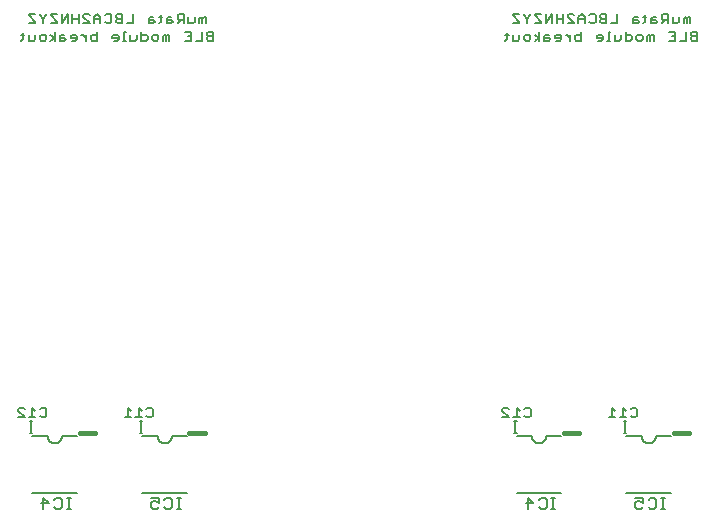
<source format=gbo>
G75*
%MOIN*%
%OFA0B0*%
%FSLAX25Y25*%
%IPPOS*%
%LPD*%
%AMOC8*
5,1,8,0,0,1.08239X$1,22.5*
%
%ADD10C,0.00800*%
%ADD11C,0.00787*%
%ADD12C,0.01575*%
D10*
X0111143Y0118782D02*
X0111143Y0122710D01*
X0113107Y0120746D01*
X0110489Y0120746D01*
X0114839Y0122055D02*
X0115494Y0122710D01*
X0116803Y0122710D01*
X0117457Y0122055D01*
X0117457Y0119437D01*
X0116803Y0118782D01*
X0115494Y0118782D01*
X0114839Y0119437D01*
X0119048Y0118782D02*
X0120358Y0118782D01*
X0119703Y0118782D02*
X0119703Y0122710D01*
X0120358Y0122710D02*
X0119048Y0122710D01*
X0111598Y0149491D02*
X0110551Y0149491D01*
X0110028Y0150014D01*
X0108496Y0149491D02*
X0106403Y0149491D01*
X0107449Y0149491D02*
X0107449Y0152630D01*
X0108496Y0151584D01*
X0110028Y0152107D02*
X0110551Y0152630D01*
X0111598Y0152630D01*
X0112121Y0152107D01*
X0112121Y0150014D01*
X0111598Y0149491D01*
X0104871Y0149491D02*
X0102778Y0151584D01*
X0102778Y0152107D01*
X0103301Y0152630D01*
X0104347Y0152630D01*
X0104871Y0152107D01*
X0104871Y0149491D02*
X0102778Y0149491D01*
X0138211Y0149491D02*
X0140304Y0149491D01*
X0139257Y0149491D02*
X0139257Y0152630D01*
X0140304Y0151584D01*
X0141836Y0149491D02*
X0143929Y0149491D01*
X0142882Y0149491D02*
X0142882Y0152630D01*
X0143929Y0151584D01*
X0145461Y0152107D02*
X0145984Y0152630D01*
X0147031Y0152630D01*
X0147554Y0152107D01*
X0147554Y0150014D01*
X0147031Y0149491D01*
X0145984Y0149491D01*
X0145461Y0150014D01*
X0147103Y0122710D02*
X0149721Y0122710D01*
X0149721Y0120746D01*
X0148412Y0121400D01*
X0147758Y0121400D01*
X0147103Y0120746D01*
X0147103Y0119437D01*
X0147758Y0118782D01*
X0149067Y0118782D01*
X0149721Y0119437D01*
X0151453Y0119437D02*
X0152108Y0118782D01*
X0153417Y0118782D01*
X0154072Y0119437D01*
X0154072Y0122055D01*
X0153417Y0122710D01*
X0152108Y0122710D01*
X0151453Y0122055D01*
X0155663Y0122710D02*
X0156972Y0122710D01*
X0156317Y0122710D02*
X0156317Y0118782D01*
X0155663Y0118782D02*
X0156972Y0118782D01*
X0264195Y0149491D02*
X0266288Y0149491D01*
X0264195Y0151584D01*
X0264195Y0152107D01*
X0264718Y0152630D01*
X0265765Y0152630D01*
X0266288Y0152107D01*
X0268867Y0152630D02*
X0268867Y0149491D01*
X0269913Y0149491D02*
X0267820Y0149491D01*
X0269913Y0151584D02*
X0268867Y0152630D01*
X0271445Y0152107D02*
X0271969Y0152630D01*
X0273015Y0152630D01*
X0273538Y0152107D01*
X0273538Y0150014D01*
X0273015Y0149491D01*
X0271969Y0149491D01*
X0271445Y0150014D01*
X0299628Y0149491D02*
X0301721Y0149491D01*
X0300675Y0149491D02*
X0300675Y0152630D01*
X0301721Y0151584D01*
X0303253Y0149491D02*
X0305346Y0149491D01*
X0304300Y0149491D02*
X0304300Y0152630D01*
X0305346Y0151584D01*
X0306878Y0152107D02*
X0307402Y0152630D01*
X0308448Y0152630D01*
X0308971Y0152107D01*
X0308971Y0150014D01*
X0308448Y0149491D01*
X0307402Y0149491D01*
X0306878Y0150014D01*
X0308520Y0122710D02*
X0311139Y0122710D01*
X0311139Y0120746D01*
X0309830Y0121400D01*
X0309175Y0121400D01*
X0308520Y0120746D01*
X0308520Y0119437D01*
X0309175Y0118782D01*
X0310484Y0118782D01*
X0311139Y0119437D01*
X0312870Y0119437D02*
X0313525Y0118782D01*
X0314834Y0118782D01*
X0315489Y0119437D01*
X0315489Y0122055D01*
X0314834Y0122710D01*
X0313525Y0122710D01*
X0312870Y0122055D01*
X0317080Y0122710D02*
X0318389Y0122710D01*
X0317734Y0122710D02*
X0317734Y0118782D01*
X0317080Y0118782D02*
X0318389Y0118782D01*
X0281775Y0118782D02*
X0280466Y0118782D01*
X0281120Y0118782D02*
X0281120Y0122710D01*
X0280466Y0122710D02*
X0281775Y0122710D01*
X0278875Y0122055D02*
X0278875Y0119437D01*
X0278220Y0118782D01*
X0276911Y0118782D01*
X0276256Y0119437D01*
X0274525Y0120746D02*
X0271906Y0120746D01*
X0272561Y0118782D02*
X0272561Y0122710D01*
X0274525Y0120746D01*
X0276256Y0122055D02*
X0276911Y0122710D01*
X0278220Y0122710D01*
X0278875Y0122055D01*
X0279611Y0274884D02*
X0278041Y0274884D01*
X0278041Y0276454D01*
X0278564Y0276977D01*
X0279611Y0276977D01*
X0279611Y0275931D02*
X0278041Y0275931D01*
X0276509Y0275931D02*
X0274939Y0276977D01*
X0273488Y0276454D02*
X0273488Y0275408D01*
X0272965Y0274884D01*
X0271918Y0274884D01*
X0271395Y0275408D01*
X0271395Y0276454D01*
X0271918Y0276977D01*
X0272965Y0276977D01*
X0273488Y0276454D01*
X0274939Y0274884D02*
X0276509Y0275931D01*
X0276509Y0274884D02*
X0276509Y0278024D01*
X0277113Y0280790D02*
X0275020Y0280790D01*
X0277113Y0280790D02*
X0277113Y0281313D01*
X0275020Y0283406D01*
X0275020Y0283929D01*
X0277113Y0283929D01*
X0278645Y0283929D02*
X0278645Y0280790D01*
X0280738Y0283929D01*
X0280738Y0280790D01*
X0282270Y0280790D02*
X0282270Y0283929D01*
X0282270Y0282360D02*
X0284363Y0282360D01*
X0284363Y0283929D02*
X0284363Y0280790D01*
X0285895Y0280790D02*
X0287989Y0280790D01*
X0285895Y0282883D01*
X0285895Y0283406D01*
X0286419Y0283929D01*
X0287465Y0283929D01*
X0287989Y0283406D01*
X0289521Y0282883D02*
X0289521Y0280790D01*
X0289521Y0282360D02*
X0291614Y0282360D01*
X0291614Y0282883D02*
X0290567Y0283929D01*
X0289521Y0282883D01*
X0291614Y0282883D02*
X0291614Y0280790D01*
X0293146Y0281313D02*
X0293669Y0280790D01*
X0294716Y0280790D01*
X0295239Y0281313D01*
X0295239Y0283406D01*
X0294716Y0283929D01*
X0293669Y0283929D01*
X0293146Y0283406D01*
X0296771Y0283406D02*
X0296771Y0282883D01*
X0297294Y0282360D01*
X0298864Y0282360D01*
X0298864Y0283929D02*
X0297294Y0283929D01*
X0296771Y0283406D01*
X0297294Y0282360D02*
X0296771Y0281836D01*
X0296771Y0281313D01*
X0297294Y0280790D01*
X0298864Y0280790D01*
X0298864Y0283929D01*
X0300396Y0280790D02*
X0302489Y0280790D01*
X0302489Y0283929D01*
X0307646Y0282360D02*
X0307646Y0280790D01*
X0309216Y0280790D01*
X0309739Y0281313D01*
X0309216Y0281836D01*
X0307646Y0281836D01*
X0307646Y0282360D02*
X0308170Y0282883D01*
X0309216Y0282883D01*
X0311110Y0282883D02*
X0312156Y0282883D01*
X0311633Y0283406D02*
X0311633Y0281313D01*
X0311110Y0280790D01*
X0313688Y0280790D02*
X0313688Y0282360D01*
X0314211Y0282883D01*
X0315258Y0282883D01*
X0315258Y0281836D02*
X0313688Y0281836D01*
X0313688Y0280790D02*
X0315258Y0280790D01*
X0315781Y0281313D01*
X0315258Y0281836D01*
X0317313Y0282360D02*
X0317837Y0281836D01*
X0319406Y0281836D01*
X0318360Y0281836D02*
X0317313Y0280790D01*
X0317313Y0282360D02*
X0317313Y0283406D01*
X0317837Y0283929D01*
X0319406Y0283929D01*
X0319406Y0280790D01*
X0320938Y0280790D02*
X0320938Y0282883D01*
X0320938Y0280790D02*
X0322508Y0280790D01*
X0323032Y0281313D01*
X0323032Y0282883D01*
X0324564Y0282360D02*
X0324564Y0280790D01*
X0325610Y0280790D02*
X0325610Y0282360D01*
X0325087Y0282883D01*
X0324564Y0282360D01*
X0325610Y0282360D02*
X0326133Y0282883D01*
X0326657Y0282883D01*
X0326657Y0280790D01*
X0327504Y0278024D02*
X0326980Y0277501D01*
X0326980Y0276977D01*
X0327504Y0276454D01*
X0329073Y0276454D01*
X0327504Y0276454D02*
X0326980Y0275931D01*
X0326980Y0275408D01*
X0327504Y0274884D01*
X0329073Y0274884D01*
X0329073Y0278024D01*
X0327504Y0278024D01*
X0325448Y0278024D02*
X0325448Y0274884D01*
X0323355Y0274884D01*
X0321823Y0274884D02*
X0321823Y0278024D01*
X0319730Y0278024D01*
X0320777Y0276454D02*
X0321823Y0276454D01*
X0321823Y0274884D02*
X0319730Y0274884D01*
X0314573Y0274884D02*
X0314573Y0276977D01*
X0314050Y0276977D01*
X0313526Y0276454D01*
X0313003Y0276977D01*
X0312480Y0276454D01*
X0312480Y0274884D01*
X0313526Y0274884D02*
X0313526Y0276454D01*
X0310948Y0276454D02*
X0310948Y0275408D01*
X0310424Y0274884D01*
X0309378Y0274884D01*
X0308855Y0275408D01*
X0308855Y0276454D01*
X0309378Y0276977D01*
X0310424Y0276977D01*
X0310948Y0276454D01*
X0307323Y0276454D02*
X0306799Y0276977D01*
X0305229Y0276977D01*
X0305229Y0278024D02*
X0305229Y0274884D01*
X0306799Y0274884D01*
X0307323Y0275408D01*
X0307323Y0276454D01*
X0303697Y0276977D02*
X0303697Y0275408D01*
X0303174Y0274884D01*
X0301604Y0274884D01*
X0301604Y0276977D01*
X0300072Y0278024D02*
X0299549Y0278024D01*
X0299549Y0274884D01*
X0300072Y0274884D02*
X0299026Y0274884D01*
X0297656Y0275408D02*
X0297132Y0274884D01*
X0296086Y0274884D01*
X0295562Y0275931D02*
X0297656Y0275931D01*
X0297656Y0276454D02*
X0297132Y0276977D01*
X0296086Y0276977D01*
X0295562Y0276454D01*
X0295562Y0275931D01*
X0297656Y0275408D02*
X0297656Y0276454D01*
X0290405Y0276977D02*
X0288835Y0276977D01*
X0288312Y0276454D01*
X0288312Y0275408D01*
X0288835Y0274884D01*
X0290405Y0274884D01*
X0290405Y0278024D01*
X0286780Y0276977D02*
X0286780Y0274884D01*
X0286780Y0275931D02*
X0285734Y0276977D01*
X0285210Y0276977D01*
X0283759Y0276454D02*
X0283236Y0276977D01*
X0282189Y0276977D01*
X0281666Y0276454D01*
X0281666Y0275931D01*
X0283759Y0275931D01*
X0283759Y0275408D02*
X0283759Y0276454D01*
X0283759Y0275408D02*
X0283236Y0274884D01*
X0282189Y0274884D01*
X0280134Y0275408D02*
X0279611Y0274884D01*
X0280134Y0275408D02*
X0279611Y0275931D01*
X0272441Y0280790D02*
X0272441Y0282360D01*
X0271395Y0283406D01*
X0271395Y0283929D01*
X0269863Y0283929D02*
X0267770Y0283929D01*
X0267770Y0283406D01*
X0269863Y0281313D01*
X0269863Y0280790D01*
X0267770Y0280790D01*
X0267770Y0276977D02*
X0267770Y0274884D01*
X0269340Y0274884D01*
X0269863Y0275408D01*
X0269863Y0276977D01*
X0266238Y0276977D02*
X0265191Y0276977D01*
X0265714Y0277501D02*
X0265714Y0275408D01*
X0265191Y0274884D01*
X0272441Y0282360D02*
X0273488Y0283406D01*
X0273488Y0283929D01*
X0167656Y0278024D02*
X0167656Y0274884D01*
X0166086Y0274884D01*
X0165563Y0275408D01*
X0165563Y0275931D01*
X0166086Y0276454D01*
X0167656Y0276454D01*
X0166086Y0276454D02*
X0165563Y0276977D01*
X0165563Y0277501D01*
X0166086Y0278024D01*
X0167656Y0278024D01*
X0164031Y0278024D02*
X0164031Y0274884D01*
X0161938Y0274884D01*
X0160406Y0274884D02*
X0158313Y0274884D01*
X0159359Y0276454D02*
X0160406Y0276454D01*
X0160406Y0278024D02*
X0160406Y0274884D01*
X0160406Y0278024D02*
X0158313Y0278024D01*
X0157989Y0280790D02*
X0157989Y0283929D01*
X0156419Y0283929D01*
X0155896Y0283406D01*
X0155896Y0282360D01*
X0156419Y0281836D01*
X0157989Y0281836D01*
X0156942Y0281836D02*
X0155896Y0280790D01*
X0154364Y0281313D02*
X0153841Y0281836D01*
X0152271Y0281836D01*
X0152271Y0282360D02*
X0152271Y0280790D01*
X0153841Y0280790D01*
X0154364Y0281313D01*
X0153841Y0282883D02*
X0152794Y0282883D01*
X0152271Y0282360D01*
X0150739Y0282883D02*
X0149692Y0282883D01*
X0150216Y0283406D02*
X0150216Y0281313D01*
X0149692Y0280790D01*
X0148322Y0281313D02*
X0147799Y0281836D01*
X0146229Y0281836D01*
X0146229Y0282360D02*
X0146229Y0280790D01*
X0147799Y0280790D01*
X0148322Y0281313D01*
X0147799Y0282883D02*
X0146752Y0282883D01*
X0146229Y0282360D01*
X0143812Y0278024D02*
X0143812Y0274884D01*
X0145382Y0274884D01*
X0145905Y0275408D01*
X0145905Y0276454D01*
X0145382Y0276977D01*
X0143812Y0276977D01*
X0142280Y0276977D02*
X0142280Y0275408D01*
X0141757Y0274884D01*
X0140187Y0274884D01*
X0140187Y0276977D01*
X0138655Y0278024D02*
X0138132Y0278024D01*
X0138132Y0274884D01*
X0138655Y0274884D02*
X0137608Y0274884D01*
X0136238Y0275408D02*
X0136238Y0276454D01*
X0135715Y0276977D01*
X0134668Y0276977D01*
X0134145Y0276454D01*
X0134145Y0275931D01*
X0136238Y0275931D01*
X0136238Y0275408D02*
X0135715Y0274884D01*
X0134668Y0274884D01*
X0128988Y0274884D02*
X0128988Y0278024D01*
X0128988Y0276977D02*
X0127418Y0276977D01*
X0126895Y0276454D01*
X0126895Y0275408D01*
X0127418Y0274884D01*
X0128988Y0274884D01*
X0125363Y0274884D02*
X0125363Y0276977D01*
X0125363Y0275931D02*
X0124316Y0276977D01*
X0123793Y0276977D01*
X0122342Y0276454D02*
X0121819Y0276977D01*
X0120772Y0276977D01*
X0120249Y0276454D01*
X0120249Y0275931D01*
X0122342Y0275931D01*
X0122342Y0275408D02*
X0122342Y0276454D01*
X0122342Y0275408D02*
X0121819Y0274884D01*
X0120772Y0274884D01*
X0118717Y0275408D02*
X0118193Y0275931D01*
X0116624Y0275931D01*
X0116624Y0276454D02*
X0116624Y0274884D01*
X0118193Y0274884D01*
X0118717Y0275408D01*
X0118193Y0276977D02*
X0117147Y0276977D01*
X0116624Y0276454D01*
X0115092Y0275931D02*
X0113522Y0276977D01*
X0112071Y0276454D02*
X0112071Y0275408D01*
X0111547Y0274884D01*
X0110501Y0274884D01*
X0109978Y0275408D01*
X0109978Y0276454D01*
X0110501Y0276977D01*
X0111547Y0276977D01*
X0112071Y0276454D01*
X0113522Y0274884D02*
X0115092Y0275931D01*
X0115092Y0274884D02*
X0115092Y0278024D01*
X0115696Y0280790D02*
X0113603Y0280790D01*
X0115696Y0280790D02*
X0115696Y0281313D01*
X0113603Y0283406D01*
X0113603Y0283929D01*
X0115696Y0283929D01*
X0117228Y0283929D02*
X0117228Y0280790D01*
X0119321Y0283929D01*
X0119321Y0280790D01*
X0120853Y0280790D02*
X0120853Y0283929D01*
X0120853Y0282360D02*
X0122946Y0282360D01*
X0122946Y0283929D02*
X0122946Y0280790D01*
X0124478Y0280790D02*
X0126571Y0280790D01*
X0124478Y0282883D01*
X0124478Y0283406D01*
X0125001Y0283929D01*
X0126048Y0283929D01*
X0126571Y0283406D01*
X0128103Y0282883D02*
X0128103Y0280790D01*
X0128103Y0282360D02*
X0130196Y0282360D01*
X0130196Y0282883D02*
X0129150Y0283929D01*
X0128103Y0282883D01*
X0130196Y0282883D02*
X0130196Y0280790D01*
X0131728Y0281313D02*
X0132252Y0280790D01*
X0133298Y0280790D01*
X0133821Y0281313D01*
X0133821Y0283406D01*
X0133298Y0283929D01*
X0132252Y0283929D01*
X0131728Y0283406D01*
X0135353Y0283406D02*
X0135353Y0282883D01*
X0135877Y0282360D01*
X0137447Y0282360D01*
X0137447Y0283929D02*
X0135877Y0283929D01*
X0135353Y0283406D01*
X0135877Y0282360D02*
X0135353Y0281836D01*
X0135353Y0281313D01*
X0135877Y0280790D01*
X0137447Y0280790D01*
X0137447Y0283929D01*
X0138979Y0280790D02*
X0141072Y0280790D01*
X0141072Y0283929D01*
X0147961Y0276977D02*
X0149007Y0276977D01*
X0149530Y0276454D01*
X0149530Y0275408D01*
X0149007Y0274884D01*
X0147961Y0274884D01*
X0147437Y0275408D01*
X0147437Y0276454D01*
X0147961Y0276977D01*
X0151062Y0276454D02*
X0151062Y0274884D01*
X0152109Y0274884D02*
X0152109Y0276454D01*
X0151586Y0276977D01*
X0151062Y0276454D01*
X0152109Y0276454D02*
X0152632Y0276977D01*
X0153156Y0276977D01*
X0153156Y0274884D01*
X0159521Y0280790D02*
X0159521Y0282883D01*
X0161614Y0282883D02*
X0161614Y0281313D01*
X0161091Y0280790D01*
X0159521Y0280790D01*
X0163146Y0280790D02*
X0163146Y0282360D01*
X0163669Y0282883D01*
X0164193Y0282360D01*
X0164193Y0280790D01*
X0165239Y0280790D02*
X0165239Y0282883D01*
X0164716Y0282883D01*
X0164193Y0282360D01*
X0112071Y0283406D02*
X0111024Y0282360D01*
X0111024Y0280790D01*
X0111024Y0282360D02*
X0109978Y0283406D01*
X0109978Y0283929D01*
X0108446Y0283929D02*
X0106352Y0283929D01*
X0106352Y0283406D01*
X0108446Y0281313D01*
X0108446Y0280790D01*
X0106352Y0280790D01*
X0106352Y0276977D02*
X0106352Y0274884D01*
X0107922Y0274884D01*
X0108446Y0275408D01*
X0108446Y0276977D01*
X0104820Y0276977D02*
X0103774Y0276977D01*
X0104297Y0277501D02*
X0104297Y0275408D01*
X0103774Y0274884D01*
X0112071Y0283406D02*
X0112071Y0283929D01*
D11*
X0107477Y0148303D02*
X0107083Y0148303D01*
X0107083Y0144366D01*
X0106690Y0144366D01*
X0107083Y0144366D02*
X0107477Y0144366D01*
X0107477Y0143185D02*
X0112595Y0143185D01*
X0112597Y0143089D01*
X0112603Y0142992D01*
X0112613Y0142897D01*
X0112626Y0142801D01*
X0112644Y0142706D01*
X0112665Y0142613D01*
X0112691Y0142520D01*
X0112720Y0142428D01*
X0112752Y0142337D01*
X0112789Y0142248D01*
X0112829Y0142160D01*
X0112872Y0142074D01*
X0112920Y0141990D01*
X0112970Y0141908D01*
X0113024Y0141828D01*
X0113081Y0141750D01*
X0113141Y0141675D01*
X0113204Y0141602D01*
X0113270Y0141532D01*
X0113339Y0141464D01*
X0113410Y0141400D01*
X0113484Y0141338D01*
X0113561Y0141280D01*
X0113640Y0141224D01*
X0113721Y0141172D01*
X0113804Y0141124D01*
X0113889Y0141078D01*
X0113976Y0141036D01*
X0114064Y0140998D01*
X0114154Y0140964D01*
X0114245Y0140933D01*
X0114338Y0140906D01*
X0114431Y0140882D01*
X0114526Y0140863D01*
X0114621Y0140847D01*
X0114716Y0140835D01*
X0114813Y0140827D01*
X0114909Y0140823D01*
X0115005Y0140823D01*
X0115101Y0140827D01*
X0115198Y0140835D01*
X0115293Y0140847D01*
X0115388Y0140863D01*
X0115483Y0140882D01*
X0115576Y0140906D01*
X0115669Y0140933D01*
X0115760Y0140964D01*
X0115850Y0140998D01*
X0115938Y0141036D01*
X0116025Y0141078D01*
X0116110Y0141124D01*
X0116193Y0141172D01*
X0116274Y0141224D01*
X0116353Y0141280D01*
X0116430Y0141338D01*
X0116504Y0141400D01*
X0116575Y0141464D01*
X0116644Y0141532D01*
X0116710Y0141602D01*
X0116773Y0141675D01*
X0116833Y0141750D01*
X0116890Y0141828D01*
X0116944Y0141908D01*
X0116994Y0141990D01*
X0117042Y0142074D01*
X0117085Y0142160D01*
X0117125Y0142248D01*
X0117162Y0142337D01*
X0117194Y0142428D01*
X0117223Y0142520D01*
X0117249Y0142613D01*
X0117270Y0142706D01*
X0117288Y0142801D01*
X0117301Y0142897D01*
X0117311Y0142992D01*
X0117317Y0143089D01*
X0117319Y0143185D01*
X0117320Y0143185D02*
X0122438Y0143185D01*
X0107083Y0148303D02*
X0106690Y0148303D01*
X0107477Y0124287D02*
X0122438Y0124287D01*
X0144091Y0124287D02*
X0159052Y0124287D01*
X0159052Y0143185D02*
X0153934Y0143185D01*
X0153932Y0143089D01*
X0153926Y0142992D01*
X0153916Y0142897D01*
X0153903Y0142801D01*
X0153885Y0142706D01*
X0153864Y0142613D01*
X0153838Y0142520D01*
X0153809Y0142428D01*
X0153777Y0142337D01*
X0153740Y0142248D01*
X0153700Y0142160D01*
X0153657Y0142074D01*
X0153609Y0141990D01*
X0153559Y0141908D01*
X0153505Y0141828D01*
X0153448Y0141750D01*
X0153388Y0141675D01*
X0153325Y0141602D01*
X0153259Y0141532D01*
X0153190Y0141464D01*
X0153119Y0141400D01*
X0153045Y0141338D01*
X0152968Y0141280D01*
X0152889Y0141224D01*
X0152808Y0141172D01*
X0152725Y0141124D01*
X0152640Y0141078D01*
X0152553Y0141036D01*
X0152465Y0140998D01*
X0152375Y0140964D01*
X0152284Y0140933D01*
X0152191Y0140906D01*
X0152098Y0140882D01*
X0152003Y0140863D01*
X0151908Y0140847D01*
X0151813Y0140835D01*
X0151716Y0140827D01*
X0151620Y0140823D01*
X0151524Y0140823D01*
X0151428Y0140827D01*
X0151331Y0140835D01*
X0151236Y0140847D01*
X0151141Y0140863D01*
X0151046Y0140882D01*
X0150953Y0140906D01*
X0150860Y0140933D01*
X0150769Y0140964D01*
X0150679Y0140998D01*
X0150591Y0141036D01*
X0150504Y0141078D01*
X0150419Y0141124D01*
X0150336Y0141172D01*
X0150255Y0141224D01*
X0150176Y0141280D01*
X0150099Y0141338D01*
X0150025Y0141400D01*
X0149954Y0141464D01*
X0149885Y0141532D01*
X0149819Y0141602D01*
X0149756Y0141675D01*
X0149696Y0141750D01*
X0149639Y0141828D01*
X0149585Y0141908D01*
X0149535Y0141990D01*
X0149487Y0142074D01*
X0149444Y0142160D01*
X0149404Y0142248D01*
X0149367Y0142337D01*
X0149335Y0142428D01*
X0149306Y0142520D01*
X0149280Y0142613D01*
X0149259Y0142706D01*
X0149241Y0142801D01*
X0149228Y0142897D01*
X0149218Y0142992D01*
X0149212Y0143089D01*
X0149210Y0143185D01*
X0149209Y0143185D02*
X0144091Y0143185D01*
X0144091Y0144366D02*
X0143698Y0144366D01*
X0143698Y0148303D01*
X0143304Y0148303D01*
X0143698Y0148303D02*
X0144091Y0148303D01*
X0143698Y0144366D02*
X0143304Y0144366D01*
X0268107Y0144366D02*
X0268501Y0144366D01*
X0268501Y0148303D01*
X0268107Y0148303D01*
X0268501Y0148303D02*
X0268894Y0148303D01*
X0268894Y0144366D02*
X0268501Y0144366D01*
X0268894Y0143185D02*
X0274012Y0143185D01*
X0274013Y0143185D02*
X0274015Y0143089D01*
X0274021Y0142992D01*
X0274031Y0142897D01*
X0274044Y0142801D01*
X0274062Y0142706D01*
X0274083Y0142613D01*
X0274109Y0142520D01*
X0274138Y0142428D01*
X0274170Y0142337D01*
X0274207Y0142248D01*
X0274247Y0142160D01*
X0274290Y0142074D01*
X0274338Y0141990D01*
X0274388Y0141908D01*
X0274442Y0141828D01*
X0274499Y0141750D01*
X0274559Y0141675D01*
X0274622Y0141602D01*
X0274688Y0141532D01*
X0274757Y0141464D01*
X0274828Y0141400D01*
X0274902Y0141338D01*
X0274979Y0141280D01*
X0275058Y0141224D01*
X0275139Y0141172D01*
X0275222Y0141124D01*
X0275307Y0141078D01*
X0275394Y0141036D01*
X0275482Y0140998D01*
X0275572Y0140964D01*
X0275663Y0140933D01*
X0275756Y0140906D01*
X0275849Y0140882D01*
X0275944Y0140863D01*
X0276039Y0140847D01*
X0276134Y0140835D01*
X0276231Y0140827D01*
X0276327Y0140823D01*
X0276423Y0140823D01*
X0276519Y0140827D01*
X0276616Y0140835D01*
X0276711Y0140847D01*
X0276806Y0140863D01*
X0276901Y0140882D01*
X0276994Y0140906D01*
X0277087Y0140933D01*
X0277178Y0140964D01*
X0277268Y0140998D01*
X0277356Y0141036D01*
X0277443Y0141078D01*
X0277528Y0141124D01*
X0277611Y0141172D01*
X0277692Y0141224D01*
X0277771Y0141280D01*
X0277848Y0141338D01*
X0277922Y0141400D01*
X0277993Y0141464D01*
X0278062Y0141532D01*
X0278128Y0141602D01*
X0278191Y0141675D01*
X0278251Y0141750D01*
X0278308Y0141828D01*
X0278362Y0141908D01*
X0278412Y0141990D01*
X0278460Y0142074D01*
X0278503Y0142160D01*
X0278543Y0142248D01*
X0278580Y0142337D01*
X0278612Y0142428D01*
X0278641Y0142520D01*
X0278667Y0142613D01*
X0278688Y0142706D01*
X0278706Y0142801D01*
X0278719Y0142897D01*
X0278729Y0142992D01*
X0278735Y0143089D01*
X0278737Y0143185D01*
X0283855Y0143185D01*
X0304721Y0144366D02*
X0305115Y0144366D01*
X0305115Y0148303D01*
X0304721Y0148303D01*
X0305115Y0148303D02*
X0305509Y0148303D01*
X0305509Y0144366D02*
X0305115Y0144366D01*
X0305509Y0143185D02*
X0310627Y0143185D01*
X0310629Y0143089D01*
X0310635Y0142992D01*
X0310645Y0142897D01*
X0310658Y0142801D01*
X0310676Y0142706D01*
X0310697Y0142613D01*
X0310723Y0142520D01*
X0310752Y0142428D01*
X0310784Y0142337D01*
X0310821Y0142248D01*
X0310861Y0142160D01*
X0310904Y0142074D01*
X0310952Y0141990D01*
X0311002Y0141908D01*
X0311056Y0141828D01*
X0311113Y0141750D01*
X0311173Y0141675D01*
X0311236Y0141602D01*
X0311302Y0141532D01*
X0311371Y0141464D01*
X0311442Y0141400D01*
X0311516Y0141338D01*
X0311593Y0141280D01*
X0311672Y0141224D01*
X0311753Y0141172D01*
X0311836Y0141124D01*
X0311921Y0141078D01*
X0312008Y0141036D01*
X0312096Y0140998D01*
X0312186Y0140964D01*
X0312277Y0140933D01*
X0312370Y0140906D01*
X0312463Y0140882D01*
X0312558Y0140863D01*
X0312653Y0140847D01*
X0312748Y0140835D01*
X0312845Y0140827D01*
X0312941Y0140823D01*
X0313037Y0140823D01*
X0313133Y0140827D01*
X0313230Y0140835D01*
X0313325Y0140847D01*
X0313420Y0140863D01*
X0313515Y0140882D01*
X0313608Y0140906D01*
X0313701Y0140933D01*
X0313792Y0140964D01*
X0313882Y0140998D01*
X0313970Y0141036D01*
X0314057Y0141078D01*
X0314142Y0141124D01*
X0314225Y0141172D01*
X0314306Y0141224D01*
X0314385Y0141280D01*
X0314462Y0141338D01*
X0314536Y0141400D01*
X0314607Y0141464D01*
X0314676Y0141532D01*
X0314742Y0141602D01*
X0314805Y0141675D01*
X0314865Y0141750D01*
X0314922Y0141828D01*
X0314976Y0141908D01*
X0315026Y0141990D01*
X0315074Y0142074D01*
X0315117Y0142160D01*
X0315157Y0142248D01*
X0315194Y0142337D01*
X0315226Y0142428D01*
X0315255Y0142520D01*
X0315281Y0142613D01*
X0315302Y0142706D01*
X0315320Y0142801D01*
X0315333Y0142897D01*
X0315343Y0142992D01*
X0315349Y0143089D01*
X0315351Y0143185D01*
X0320469Y0143185D01*
X0320469Y0124287D02*
X0305509Y0124287D01*
X0283855Y0124287D02*
X0268894Y0124287D01*
D12*
X0284642Y0144366D02*
X0289760Y0144366D01*
X0321257Y0144366D02*
X0326375Y0144366D01*
X0164957Y0144366D02*
X0159839Y0144366D01*
X0128343Y0144366D02*
X0123225Y0144366D01*
M02*

</source>
